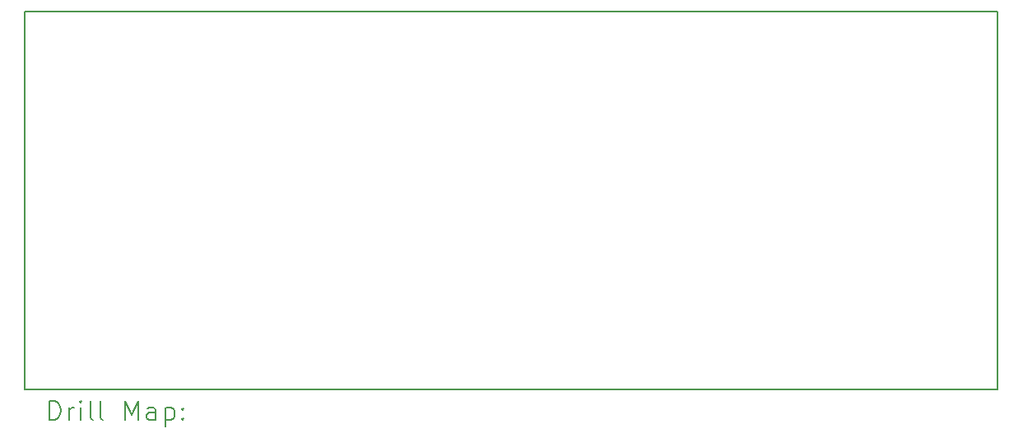
<source format=gbr>
%FSLAX45Y45*%
G04 Gerber Fmt 4.5, Leading zero omitted, Abs format (unit mm)*
G04 Created by KiCad (PCBNEW (6.0.0-0)) date 2022-12-13 21:11:11*
%MOMM*%
%LPD*%
G01*
G04 APERTURE LIST*
%TA.AperFunction,Profile*%
%ADD10C,0.150000*%
%TD*%
%ADD11C,0.200000*%
G04 APERTURE END LIST*
D10*
X5308600Y-6197600D02*
X15316200Y-6197600D01*
X15316200Y-6197600D02*
X15316200Y-10083800D01*
X15316200Y-10083800D02*
X5308600Y-10083800D01*
X5308600Y-10083800D02*
X5308600Y-6197600D01*
D11*
X5558719Y-10401776D02*
X5558719Y-10201776D01*
X5606338Y-10201776D01*
X5634909Y-10211300D01*
X5653957Y-10230348D01*
X5663481Y-10249395D01*
X5673005Y-10287490D01*
X5673005Y-10316062D01*
X5663481Y-10354157D01*
X5653957Y-10373205D01*
X5634909Y-10392252D01*
X5606338Y-10401776D01*
X5558719Y-10401776D01*
X5758719Y-10401776D02*
X5758719Y-10268443D01*
X5758719Y-10306538D02*
X5768243Y-10287490D01*
X5777767Y-10277967D01*
X5796814Y-10268443D01*
X5815862Y-10268443D01*
X5882528Y-10401776D02*
X5882528Y-10268443D01*
X5882528Y-10201776D02*
X5873005Y-10211300D01*
X5882528Y-10220824D01*
X5892052Y-10211300D01*
X5882528Y-10201776D01*
X5882528Y-10220824D01*
X6006338Y-10401776D02*
X5987290Y-10392252D01*
X5977767Y-10373205D01*
X5977767Y-10201776D01*
X6111100Y-10401776D02*
X6092052Y-10392252D01*
X6082528Y-10373205D01*
X6082528Y-10201776D01*
X6339671Y-10401776D02*
X6339671Y-10201776D01*
X6406338Y-10344633D01*
X6473005Y-10201776D01*
X6473005Y-10401776D01*
X6653957Y-10401776D02*
X6653957Y-10297014D01*
X6644433Y-10277967D01*
X6625386Y-10268443D01*
X6587290Y-10268443D01*
X6568243Y-10277967D01*
X6653957Y-10392252D02*
X6634909Y-10401776D01*
X6587290Y-10401776D01*
X6568243Y-10392252D01*
X6558719Y-10373205D01*
X6558719Y-10354157D01*
X6568243Y-10335110D01*
X6587290Y-10325586D01*
X6634909Y-10325586D01*
X6653957Y-10316062D01*
X6749195Y-10268443D02*
X6749195Y-10468443D01*
X6749195Y-10277967D02*
X6768243Y-10268443D01*
X6806338Y-10268443D01*
X6825386Y-10277967D01*
X6834909Y-10287490D01*
X6844433Y-10306538D01*
X6844433Y-10363681D01*
X6834909Y-10382729D01*
X6825386Y-10392252D01*
X6806338Y-10401776D01*
X6768243Y-10401776D01*
X6749195Y-10392252D01*
X6930148Y-10382729D02*
X6939671Y-10392252D01*
X6930148Y-10401776D01*
X6920624Y-10392252D01*
X6930148Y-10382729D01*
X6930148Y-10401776D01*
X6930148Y-10277967D02*
X6939671Y-10287490D01*
X6930148Y-10297014D01*
X6920624Y-10287490D01*
X6930148Y-10277967D01*
X6930148Y-10297014D01*
M02*

</source>
